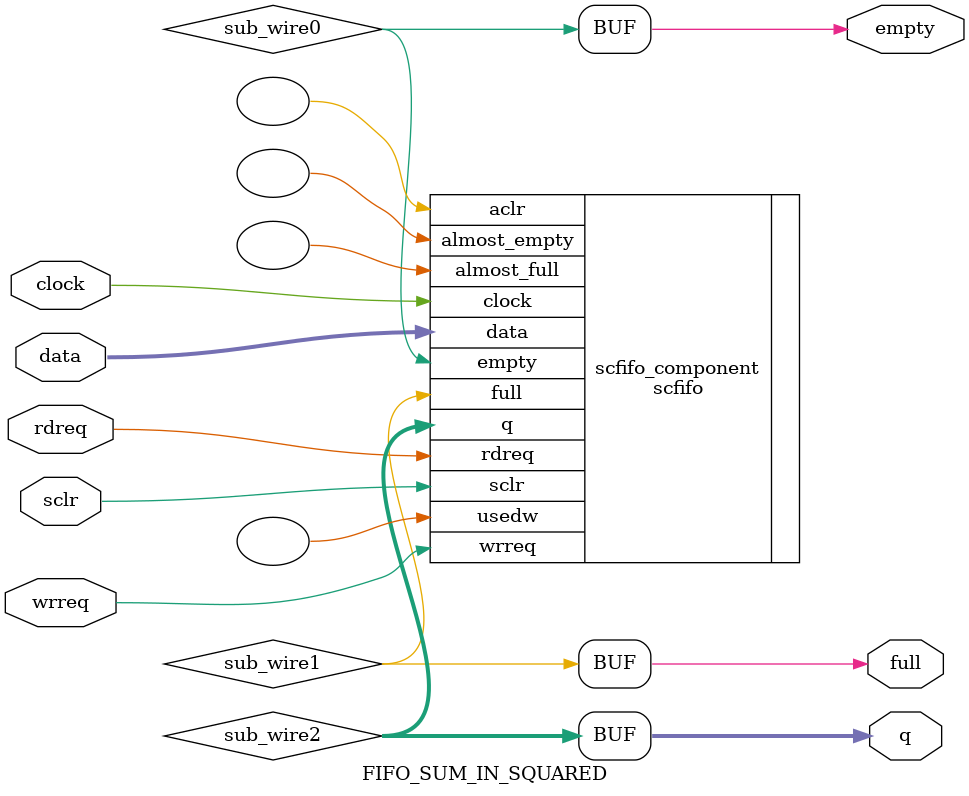
<source format=v>
module FIFO_SUM_IN_SQUARED (
	clock,
	data,
	rdreq,
	sclr,
	wrreq,
	empty,
	full,
	q);
	input	  clock;
	input	[25:0]  data;
	input	  rdreq;
	input	  sclr;
	input	  wrreq;
	output	  empty;
	output	  full;
	output	[25:0]  q;
	wire  sub_wire0;
	wire  sub_wire1;
	wire [25:0] sub_wire2;
	wire  empty = sub_wire0;
	wire  full = sub_wire1;
	wire [25:0] q = sub_wire2[25:0];
	scfifo	scfifo_component (
				.clock (clock),
				.data (data),
				.rdreq (rdreq),
				.sclr (sclr),
				.wrreq (wrreq),
				.empty (sub_wire0),
				.full (sub_wire1),
				.q (sub_wire2),
				.aclr (),
				.almost_empty (),
				.almost_full (),
				.usedw ());
	defparam
		scfifo_component.add_ram_output_register = "ON",
		scfifo_component.intended_device_family = "Cyclone II",
		scfifo_component.lpm_numwords = 16,
		scfifo_component.lpm_showahead = "OFF",
		scfifo_component.lpm_type = "scfifo",
		scfifo_component.lpm_width = 26,
		scfifo_component.lpm_widthu = 4,
		scfifo_component.overflow_checking = "ON",
		scfifo_component.underflow_checking = "ON",
		scfifo_component.use_eab = "ON";
endmodule
</source>
